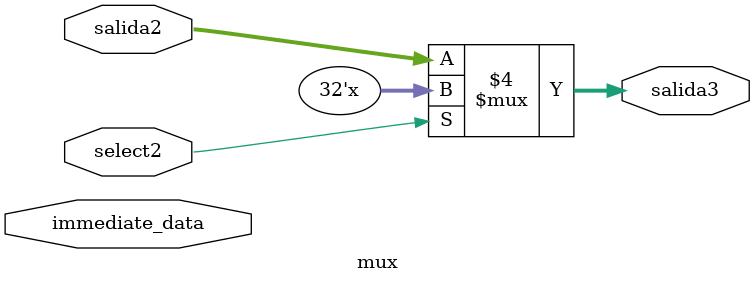
<source format=v>
module mux(salida2, immediate_data, select2, salida3);
input [31:0] salida2;
input [15:0] immediate_data;
input select2;
output reg[31:0] salida3;
reg[31:0]muxo;


always @(*)
begin
	if (select2 == 1'b1) begin;
		muxo <= {16'b0,immediate_data};
		salida3 = muxo;
	end else begin
		salida3 = salida2;
	end
end
endmodule

</source>
